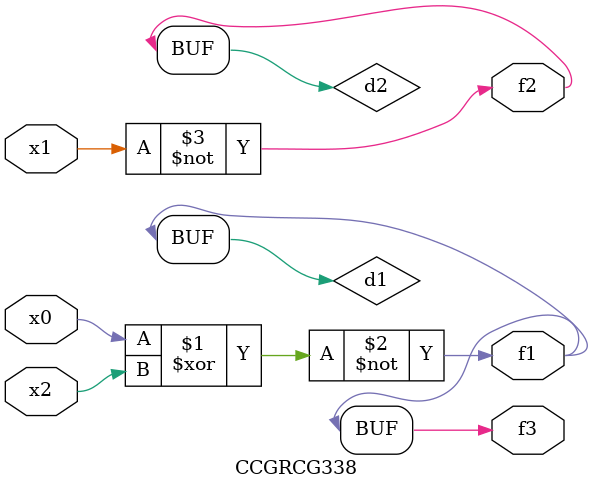
<source format=v>
module CCGRCG338(
	input x0, x1, x2,
	output f1, f2, f3
);

	wire d1, d2, d3;

	xnor (d1, x0, x2);
	nand (d2, x1);
	nor (d3, x1, x2);
	assign f1 = d1;
	assign f2 = d2;
	assign f3 = d1;
endmodule

</source>
